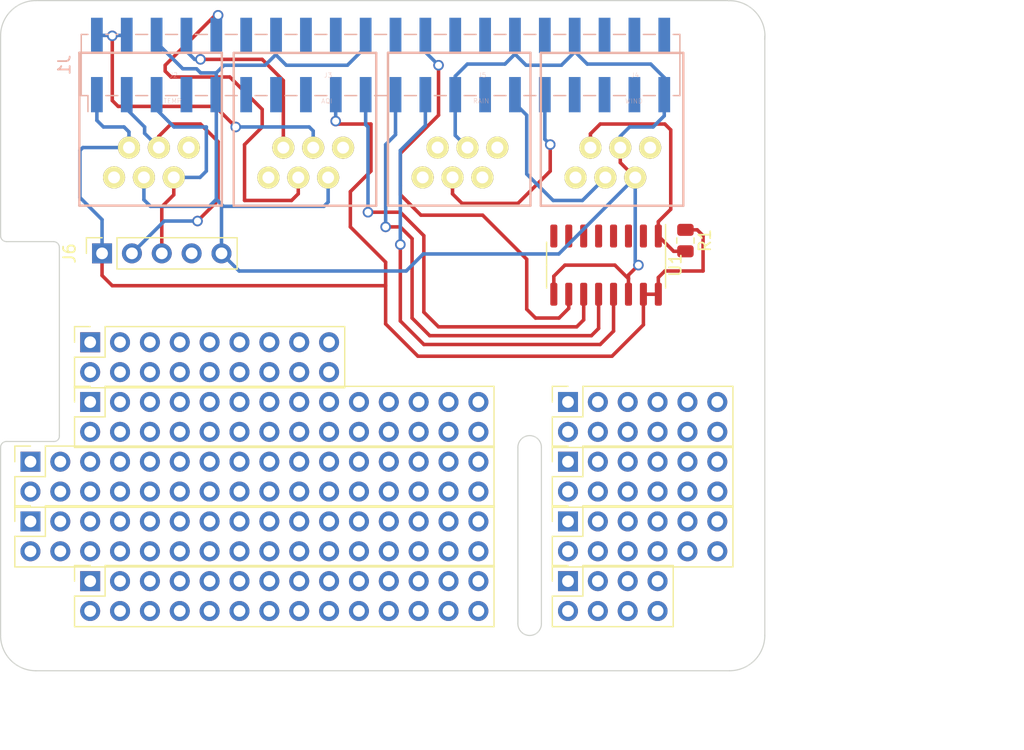
<source format=kicad_pcb>
(kicad_pcb (version 20221018) (generator pcbnew)
  (title_block (date "15 nov 2012"))
  (layers (0 "F.Cu" signal) (31 "B.Cu" signal) (34 "B.Paste" user) (35 "F.Paste" user) (36 "B.SilkS" user "B.Silkscreen") (37 "F.SilkS" user "F.Silkscreen") (38 "B.Mask" user) (39 "F.Mask" user) (44 "Edge.Cuts" user))
  (net 0 "")
  (net 1 "GND")
  (net 2 "/GPIO2{slash}SDA1")
  (net 3 "/GPIO3{slash}SCL1")
  (net 4 "/GPIO4{slash}GPCLK0")
  (net 5 "/GPIO14{slash}TXD0")
  (net 6 "/GPIO15{slash}RXD0")
  (net 7 "/GPIO17")
  (net 8 "/GPIO18{slash}PCM.CLK")
  (net 9 "/GPIO27")
  (net 10 "/GPIO22")
  (net 11 "/GPIO23")
  (net 12 "/GPIO24")
  (net 13 "/GPIO10{slash}SPI0.MOSI")
  (net 14 "/GPIO9{slash}SPI0.MISO")
  (net 15 "/GPIO25")
  (net 16 "/GPIO11{slash}SPI0.SCLK")
  (net 17 "/GPIO8{slash}SPI0.CE0")
  (net 18 "/GPIO7{slash}SPI0.CE1")
  (net 19 "/ID_SDA")
  (net 20 "/ID_SCL")
  (net 21 "/GPIO5")
  (net 22 "/GPIO6")
  (net 23 "/GPIO12{slash}PWM0")
  (net 24 "/GPIO13{slash}PWM1")
  (net 25 "/GPIO19{slash}PCM.FS")
  (net 26 "/GPIO16")
  (net 27 "/GPIO26")
  (net 28 "/GPIO20{slash}PCM.DIN")
  (net 29 "/GPIO21{slash}PCM.DOUT")
  (net 30 "+5V")
  (net 31 "+3V3")
  (net 37 "/RA")
  (footprint "MountingHole:MountingHole_2.7mm_M2.5" (layer "F.Cu") (at 161.5 47.5)
    (fp_text reference "MH2" hide)
    (fp_text value "MountingHole_2.7mm_M2.5" hide)
  )
  (footprint "Package_SO:SOIC-16_3.9x9.9mm_P1.27mm" (layer "F.Cu") (at 151.5 65.5 -90)
    (fp_text reference "U1")
    (fp_text value "MCP3008")
  )
  (footprint "Connector_PinSocket_2.54mm:PinSocket_2x06_P2.54mm_Vertical" (layer "F.Cu") (at 148.26 87.3 90)
    (fp_text reference "REF**" hide)
    (fp_text value "PinSocket_2x06_P2.54mm_Vertical")
  )
  (footprint "indian-rj11-pcb-through-hole-2.54:RJ11-6-IND" (layer "F.Cu") (at 112.82 53.64 180)
    (fp_text reference "J2")
    (fp_text value "TEMP")
  )
  (footprint "Connector_PinSocket_2.54mm:PinSocket_2x04_P2.54mm_Vertical" (layer "F.Cu") (at 148.26 92.38 90)
    (fp_text reference "REF**" hide)
    (fp_text value "PinSocket_2x04_P2.54mm_Vertical")
  )
  (footprint "Connector_PinSocket_2.54mm:PinSocket_2x14_P2.54mm_Vertical" (layer "F.Cu") (at 107.62 92.38 90)
    (fp_text reference "REF**" hide)
    (fp_text value "PinSocket_2x14_P2.54mm_Vertical")
  )
  (footprint "Connector_PinSocket_2.54mm:PinSocket_2x14_P2.54mm_Vertical" (layer "F.Cu") (at 107.62 77.14 90)
    (fp_text reference "REF**" hide)
    (fp_text value "PinSocket_2x14_P2.54mm_Vertical")
  )
  (footprint "Resistor_SMD:R_0805_2012Metric" (layer "F.Cu") (at 158.25 63.4125 -90)
    (fp_text reference "R1")
    (fp_text value "R")
  )
  (footprint "MountingHole:MountingHole_2.7mm_M2.5" (layer "F.Cu") (at 103.5 96.5)
    (fp_text reference "MH3" hide)
    (fp_text value "MountingHole_2.7mm_M2.5" hide)
  )
  (footprint "Connector_PinSocket_2.54mm:PinSocket_2x16_P2.54mm_Vertical" (layer "F.Cu") (at 102.54 82.22 90)
    (fp_text reference "REF**" hide)
    (fp_text value "PinSocket_2x16_P2.54mm_Vertical")
  )
  (footprint "MountingHole:MountingHole_2.7mm_M2.5" (layer "F.Cu") (at 103.5 47.5)
    (fp_text reference "MH1" hide)
    (fp_text value "MountingHole_2.7mm_M2.5" hide)
  )
  (footprint "indian-rj11-pcb-through-hole-2.54:RJ11-6-IND" (layer "F.Cu") (at 139.07 53.64 180)
    (fp_text reference "J5")
    (fp_text value "RAIN")
  )
  (footprint "indian-rj11-pcb-through-hole-2.54:RJ11-6-IND" (layer "F.Cu") (at 152.07 53.65 180)
    (fp_text reference "J4")
    (fp_text value "WIND")
  )
  (footprint "Connector_PinSocket_2.54mm:PinSocket_1x05_P2.54mm_Vertical" (layer "F.Cu") (at 108.63 64.5 90)
    (fp_text reference "J6")
    (fp_text value "RTC")
  )
  (footprint "Connector_PinSocket_2.54mm:PinSocket_2x06_P2.54mm_Vertical" (layer "F.Cu") (at 148.26 82.22 90)
    (fp_text reference "REF**" hide)
    (fp_text value "PinSocket_2x06_P2.54mm_Vertical")
  )
  (footprint "Connector_PinSocket_2.54mm:PinSocket_2x09_P2.54mm_Vertical" (layer "F.Cu") (at 107.62 72.06 90)
    (fp_text reference "REF**" hide)
    (fp_text value "PinSocket_2x09_P2.54mm_Vertical")
  )
  (footprint "MountingHole:MountingHole_2.7mm_M2.5" (layer "F.Cu") (at 161.5 96.5)
    (fp_text reference "MH4" hide)
    (fp_text value "MountingHole_2.7mm_M2.5" hide)
  )
  (footprint "Connector_PinSocket_2.54mm:PinSocket_2x16_P2.54mm_Vertical" (layer "F.Cu") (at 102.54 87.3 90)
    (fp_text reference "REF**" hide)
    (fp_text value "PinSocket_2x16_P2.54mm_Vertical")
  )
  (footprint "indian-rj11-pcb-through-hole-2.54:RJ11-6-IND" (layer "F.Cu") (at 125.95 53.65 180)
    (fp_text reference "J3")
    (fp_text value "AQI")
  )
  (footprint "Connector_PinSocket_2.54mm:PinSocket_2x06_P2.54mm_Vertical" (layer "F.Cu") (at 148.26 77.14 90)
    (fp_text reference "REF**" hide)
    (fp_text value "PinSocket_2x06_P2.54mm_Vertical")
  )
  (footprint "Connector_PinSocket_2.54mm:PinSocket_2x20_P2.54mm_Vertical_SMD" (layer "B.Cu") (at 132.32 48.48 -90)
    (fp_text reference "J1")
    (fp_text value "GPIO")
  )
  (gr_arc (start 100.5 63.5) (mid 100.146447 63.353553) (end 100 63) (stroke (width 0.1)) (layer "Edge.Cuts"))
  (gr_arc (start 161.901055 43.01003) (mid 164.193172 43.95549) (end 164.999999 46.3) (stroke (width 0.1)) (layer "Edge.Cuts"))
  (gr_line (start 164.999999 46.3) (end 165 46.02132) (stroke (width 0.05)) (layer "Edge.Cuts"))
  (gr_line (start 165 97) (end 165 46.02132) (stroke (width 0.1)) (layer "Edge.Cuts"))
  (gr_line (start 100 46) (end 100 63) (stroke (width 0.1)) (layer "Edge.Cuts"))
  (gr_line (start 162 43) (end 161.901055 43.01003) (stroke (width 0.05)) (layer "Edge.Cuts"))
  (gr_line (start 146 81) (end 146 96) (stroke (width 0.1)) (layer "Edge.Cuts"))
  (gr_line (start 144 96) (end 144 81) (stroke (width 0.1)) (layer "Edge.Cuts"))
  (gr_arc (start 103 100) (mid 100.87868 99.12132) (end 100 97) (stroke (width 0.1)) (layer "Edge.Cuts"))
  (gr_line (start 103 100) (end 162 100) (stroke (width 0.1)) (layer "Edge.Cuts"))
  (gr_line (start 104.5 80.5) (end 100.5 80.5) (stroke (width 0.1)) (layer "Edge.Cuts"))
  (gr_arc (start 144 81) (mid 145 80) (end 146 81) (stroke (width 0.1)) (layer "Edge.Cuts"))
  (gr_arc (start 100 81) (mid 100.146138 80.646755) (end 100.499127 80.500001) (stroke (width 0.1)) (layer "Edge.Cuts"))
  (gr_arc (start 165 97) (mid 164.12132 99.12132) (end 162 100) (stroke (width 0.1)) (layer "Edge.Cuts"))
  (gr_line (start 105 64) (end 105 80) (stroke (width 0.1)) (layer "Edge.Cuts"))
  (gr_arc (start 100 46) (mid 100.87868 43.87868) (end 103 43) (stroke (width 0.1)) (layer "Edge.Cuts"))
  (gr_arc (start 146 96) (mid 145 97) (end 144 96) (stroke (width 0.1)) (layer "Edge.Cuts"))
  (gr_line (start 100 81) (end 100 97) (stroke (width 0.1)) (layer "Edge.Cuts"))
  (gr_line (start 100.5 63.5) (end 104.5 63.5) (stroke (width 0.1)) (layer "Edge.Cuts"))
  (gr_arc (start 105 80) (mid 104.868835 80.368835) (end 104.5 80.5) (stroke (width 0.1)) (layer "Edge.Cuts"))
  (gr_arc (start 104.5 63.5) (mid 104.853553 63.646447) (end 105 64) (stroke (width 0.1)) (layer "Edge.Cuts"))
  (gr_line (start 162 43) (end 103 43) (stroke (width 0.1)) (layer "Edge.Cuts"))
  (segment (start 153.98 58.05) (end 152.71 56.78) (width 0.3) (layer "F.Cu") (net 1))
  (segment (start 153.405 66.655) (end 153.405 67.975) (width 0.3) (layer "F.Cu") (net 1))
  (segment (start 152.71 56.78) (end 152.71 55.51) (width 0.3) (layer "F.Cu") (net 1))
  (segment (start 153.405 66.345) (end 154.25 65.5) (width 0.3) (layer "F.Cu") (net 1))
  (segment (start 153.405 66.655) (end 153.405 66.345) (width 0.3) (layer "F.Cu") (net 1))
  (segment (start 152.25 65.5) (end 153.405 66.655) (width 0.3) (layer "F.Cu") (net 1))
  (segment (start 147.055 66.445) (end 148 65.5) (width 0.3) (layer "F.Cu") (net 1))
  (segment (start 148 65.5) (end 152.25 65.5) (width 0.3) (layer "F.Cu") (net 1))
  (segment (start 147.055 67.975) (end 147.055 66.445) (width 0.3) (layer "F.Cu") (net 1))
  (via (at 154.25 65.5) (size 0.9) (drill 0.6) (layers "F.Cu" "B.Cu") (net 1))
  (segment (start 139.7 48.4) (end 142.9 48.4) (width 0.3) (layer "B.Cu") (net 1))
  (segment (start 153.98 65.23) (end 153.98 58.05) (width 0.3) (layer "B.Cu") (net 1))
  (segment (start 138.67 54.46) (end 139.71 55.5) (width 0.3) (layer "B.Cu") (net 1))
  (segment (start 119 48.5) (end 118.35 49.15) (width 0.3) (layer "B.Cu") (net 1))
  (segment (start 127.5 60.5) (end 118.95 60.5) (width 0.3) (layer "B.Cu") (net 1))
  (segment (start 115.5 48.8) (end 113.27 46.57) (width 0.3) (layer "B.Cu") (net 1))
  (segment (start 118.35 51) (end 118.35 59.9) (width 0.3) (layer "B.Cu") (net 1))
  (segment (start 153.98 58.05) (end 147.48 64.55) (width 0.3) (layer "B.Cu") (net 1))
  (segment (start 148.83 47.37) (end 148.83 45.96) (width 0.3) (layer "B.Cu") (net 1))
  (segment (start 118.35 51) (end 118.35 49.15) (width 0.3) (layer "B.Cu") (net 1))
  (segment (start 118.79 60.34) (end 118.475 60.025) (width 0.3) (layer "B.Cu") (net 1))
  (segment (start 147.7 48.5) (end 148.83 47.37) (width 0.3) (layer "B.Cu") (net 1))
  (segment (start 123.43 47.57) (end 122.5 48.5) (width 0.3) (layer "B.Cu") (net 1))
  (segment (start 112.19 58.04) (end 112.19 59.94) (width 0.3) (layer "B.Cu") (net 1))
  (segment (start 149.9 48.4) (end 155.3 48.4) (width 0.3) (layer "B.Cu") (net 1))
  (segment (start 156.45 52.8) (end 155.5 53.75) (width 0.3) (layer "B.Cu") (net 1))
  (segment (start 112.19 59.94) (end 112.75 60.5) (width 0.3) (layer "B.Cu") (net 1))
  (segment (start 138.67 51) (end 138.67 49.43) (width 0.3) (layer "B.Cu") (net 1))
  (segment (start 118.95 60.5) (end 118.475 60.025) (width 0.3) (layer "B.Cu") (net 1))
  (segment (start 123.43 45.96) (end 123.43 47.63) (width 0.3) (layer "B.Cu") (net 1))
  (segment (start 153.5 53.75) (end 152.71 54.54) (width 0.3) (layer "B.Cu") (net 1))
  (segment (start 116.668629 48.8) (end 115.5 48.8) (width 0.3) (layer "B.Cu") (net 1))
  (segment (start 118.475 60.025) (end 118.35 59.9) (width 0.3) (layer "B.Cu") (net 1))
  (segment (start 127.86 60.14) (end 127.5 60.5) (width 0.3) (layer "B.Cu") (net 1))
  (segment (start 143.75 47.55) (end 144.7 48.5) (width 0.3) (layer "B.Cu") (net 1))
  (segment (start 118.35 49.15) (end 117.018629 49.15) (width 0.3) (layer "B.Cu") (net 1))
  (segment (start 147.48 64.55) (end 135.95 64.55) (width 0.3) (layer "B.Cu") (net 1))
  (segment (start 148.83 47.33) (end 149.9 48.4) (width 0.3) (layer "B.Cu") (net 1))
  (segment (start 118.79 64.5) (end 118.79 60.34) (width 0.3) (layer "B.Cu") (net 1))
  (segment (start 124.3 48.5) (end 129.5 48.5) (width 0.3) (layer "B.Cu") (net 1))
  (segment (start 123.43 45.96) (end 123.43 47.57) (width 0.3) (layer "B.Cu") (net 1))
  (segment (start 143.75 47.55) (end 143.75 45.96) (width 0.3) (layer "B.Cu") (net 1))
  (segment (start 138.67 51) (end 138.67 54.46) (width 0.3) (layer "B.Cu") (net 1))
  (segment (start 120.29 66) (end 118.79 64.5) (width 0.3) (layer "B.Cu") (net 1))
  (segment (start 129.5 48.5) (end 131.05 46.95) (width 0.3) (layer "B.Cu") (net 1))
  (segment (start 131.05 45.96) (end 131.05 47.15) (width 0.3) (layer "B.Cu") (net 1))
  (segment (start 118.35 59.9) (end 117.75 60.5) (width 0.3) (layer "B.Cu") (net 1))
  (segment (start 156.45 49.55) (end 156.45 51) (width 0.3) (layer "B.Cu") (net 1))
  (segment (start 135.95 64.55) (end 134.5 66) (width 0.3) (layer "B.Cu") (net 1))
  (segment (start 138.67 49.57) (end 138.67 51) (width 0.3) (layer "B.Cu") (net 1))
  (segment (start 156.45 51) (end 156.45 52.8) (width 0.3) (layer "B.Cu") (net 1))
  (segment (start 142.9 48.4) (end 143.75 47.55) (width 0.3) (layer "B.Cu") (net 1))
  (segment (start 112.75 60.5) (end 117.75 60.5) (width 0.3) (layer "B.Cu") (net 1))
  (segment (start 127.86 58.05) (end 127.86 60.14) (width 0.3) (layer "B.Cu") (net 1))
  (segment (start 131.05 46.95) (end 131.05 45.96) (width 0.3) (layer "B.Cu") (net 1))
  (segment (start 123.43 47.63) (end 124.3 48.5) (width 0.3) (layer "B.Cu") (net 1))
  (segment (start 144.7 48.5) (end 147.7 48.5) (width 0.3) (layer "B.Cu") (net 1))
  (segment (start 117.018629 49.15) (end 116.668629 48.8) (width 0.3) (layer "B.Cu") (net 1))
  (segment (start 122.5 48.5) (end 119 48.5) (width 0.3) (layer "B.Cu") (net 1))
  (segment (start 138.67 49.43) (end 139.7 48.4) (width 0.3) (layer "B.Cu") (net 1))
  (segment (start 152.71 54.54) (end 152.71 55.51) (width 0.3) (layer "B.Cu") (net 1))
  (segment (start 134.5 66) (end 120.29 66) (width 0.3) (layer "B.Cu") (net 1))
  (segment (start 155.5 53.75) (end 153.5 53.75) (width 0.3) (layer "B.Cu") (net 1))
  (segment (start 154.25 65.5) (end 153.98 65.23) (width 0.3) (layer "B.Cu") (net 1))
  (segment (start 113.27 46.57) (end 113.27 45.96) (width 0.3) (layer "B.Cu") (net 1))
  (segment (start 148.83 45.96) (end 148.83 47.33) (width 0.3) (layer "B.Cu") (net 1))
  (segment (start 155.3 48.4) (end 156.45 49.55) (width 0.3) (layer "B.Cu") (net 1))
  (segment (start 117 53.5) (end 114.5 53.5) (width 0.3) (layer "F.Cu") (net 2))
  (segment (start 118.5 55) (end 117 53.5) (width 0.3) (layer "F.Cu") (net 2))
  (segment (start 116.75 61.75) (end 118.5 60) (width 0.3) (layer "F.Cu") (net 2))
  (segment (start 114.5 53.5) (end 113.46 54.54) (width 0.3) (layer "F.Cu") (net 2))
  (segment (start 118.5 60) (end 118.5 55) (width 0.3) (layer "F.Cu") (net 2))
  (segment (start 113.46 54.54) (end 113.46 55.5) (width 0.3) (layer "F.Cu") (net 2))
  (via (at 116.75 61.75) (size 0.9) (drill 0.6) (layers "F.Cu" "B.Cu") (net 2))
  (segment (start 112.25 54.29) (end 112.25 53.75) (width 0.3) (layer "B.Cu") (net 2))
  (segment (start 113.46 55.5) (end 112.25 54.29) (width 0.3) (layer "B.Cu") (net 2))
  (segment (start 113.92 61.75) (end 116.75 61.75) (width 0.3) (layer "B.Cu") (net 2))
  (segment (start 111.17 64.5) (end 113.92 61.75) (width 0.3) (layer "B.Cu") (net 2))
  (segment (start 112.25 53.75) (end 110.73 52.23) (width 0.3) (layer "B.Cu") (net 2))
  (segment (start 110.73 52.23) (end 110.73 51) (width 0.3) (layer "B.Cu") (net 2))
  (segment (start 113.71 60.54) (end 114.73 59.52) (width 0.3) (layer "F.Cu") (net 3))
  (segment (start 114.73 59.52) (end 114.73 58.04) (width 0.3) (layer "F.Cu") (net 3))
  (segment (start 113.71 64.5) (end 113.71 60.54) (width 0.3) (layer "F.Cu") (net 3))
  (segment (start 113.27 52.27) (end 113.27 51) (width 0.3) (layer "B.Cu") (net 3))
  (segment (start 116.96 58.04) (end 117.5 57.5) (width 0.3) (layer "B.Cu") (net 3))
  (segment (start 114.73 58.04) (end 116.96 58.04) (width 0.3) (layer "B.Cu") (net 3))
  (segment (start 117.5 53.75) (end 114.75 53.75) (width 0.3) (layer "B.Cu") (net 3))
  (segment (start 114.75 53.75) (end 113.27 52.27) (width 0.3) (layer "B.Cu") (net 3))
  (segment (start 117.5 57.5) (end 117.5 53.75) (width 0.3) (layer "B.Cu") (net 3))
  (segment (start 122.25 48) (end 124.05 49.8) (width 0.3) (layer "F.Cu") (net 5))
  (segment (start 124.05 49.8) (end 124.05 55.51) (width 0.3) (layer "F.Cu") (net 5))
  (segment (start 117 48) (end 122.25 48) (width 0.3) (layer "F.Cu") (net 5))
  (via (at 117 48) (size 0.9) (drill 0.6) (layers "F.Cu" "B.Cu") (net 5))
  (segment (start 117 48) (end 116.5 48) (width 0.3) (layer "B.Cu") (net 5))
  (segment (start 116.5 48) (end 115.81 47.31) (width 0.3) (layer "B.Cu") (net 5))
  (segment (start 115.81 47.31) (end 115.81 45.96) (width 0.3) (layer "B.Cu") (net 5))
  (segment (start 120.75 55.25) (end 122.25 53.75) (width 0.3) (layer "F.Cu") (net 6))
  (segment (start 120.75 60) (end 120.75 55.25) (width 0.3) (layer "F.Cu") (net 6))
  (segment (start 119.5 49.5) (end 114.5 49.5) (width 0.3) (layer "F.Cu") (net 6))
  (segment (start 118.25 44.25) (end 118.5 44.25) (width 0.3) (layer "F.Cu") (net 6))
  (segment (start 122.25 52.25) (end 119.5 49.5) (width 0.3) (layer "F.Cu") (net 6))
  (segment (start 124.75 60) (end 120.75 60) (width 0.3) (layer "F.Cu") (net 6))
  (segment (start 114 49) (end 114 48.5) (width 0.3) (layer "F.Cu") (net 6))
  (segment (start 114.5 49.5) (end 114 49) (width 0.3) (layer "F.Cu") (net 6))
  (segment (start 114 48.5) (end 118.25 44.25) (width 0.3) (layer "F.Cu") (net 6))
  (segment (start 125.32 59.43) (end 124.75 60) (width 0.3) (layer "F.Cu") (net 6))
  (segment (start 122.25 53.75) (end 122.25 52.25) (width 0.3) (layer "F.Cu") (net 6))
  (segment (start 125.32 58.05) (end 125.32 59.43) (width 0.3) (layer "F.Cu") (net 6))
  (via (at 118.5 44.25) (size 0.9) (drill 0.6) (layers "F.Cu" "B.Cu") (net 6))
  (segment (start 118.5 44.25) (end 118.5 45.81) (width 0.3) (layer "B.Cu") (net 6))
  (segment (start 118.5 45.81) (end 118.35 45.96) (width 0.3) (layer "B.Cu") (net 6))
  (segment (start 134 61) (end 136 63) (width 0.3) (layer "F.Cu") (net 13))
  (segment (start 136 69.5) (end 137.25 70.75) (width 0.3) (layer "F.Cu") (net 13))
  (segment (start 137.25 70.75) (end 149 70.75) (width 0.3) (layer "F.Cu") (net 13))
  (segment (start 131.25 61) (end 134 61) (width 0.3) (layer "F.Cu") (net 13))
  (segment (start 149.595 70.155) (end 149.595 67.975) (width 0.3) (layer "F.Cu") (net 13))
  (segment (start 136 63) (end 136 69.5) (width 0.3) (layer "F.Cu") (net 13))
  (segment (start 149 70.75) (end 149.595 70.155) (width 0.3) (layer "F.Cu") (net 13))
  (via (at 131.25 61) (size 0.9) (drill 0.6) (layers "F.Cu" "B.Cu") (net 13))
  (segment (start 131.05 53.55) (end 131.25 53.75) (width 0.3) (layer "B.Cu") (net 13))
  (segment (start 131.05 51) (end 131.05 53.55) (width 0.3) (layer "B.Cu") (net 13))
  (segment (start 131.25 53.75) (end 131.25 60.75) (width 0.3) (layer "B.Cu") (net 13))
  (segment (start 131.25 60.75) (end 131.25 61) (width 0.3) (layer "B.Cu") (net 13))
  (segment (start 134 62.25) (end 135 63.25) (width 0.3) (layer "F.Cu") (net 14))
  (segment (start 150.865 70.885) (end 150.865 67.975) (width 0.3) (layer "F.Cu") (net 14))
  (segment (start 135 70) (end 136.5 71.5) (width 0.3) (layer "F.Cu") (net 14))
  (segment (start 150.75 68.09) (end 150.865 67.975) (width 0.3) (layer "F.Cu") (net 14))
  (segment (start 136.5 71.5) (end 150.25 71.5) (width 0.3) (layer "F.Cu") (net 14))
  (segment (start 150.25 71.5) (end 150.865 70.885) (width 0.3) (layer "F.Cu") (net 14))
  (segment (start 132.75 62.25) (end 134 62.25) (width 0.3) (layer "F.Cu") (net 14))
  (segment (start 135 63.25) (end 135 70) (width 0.3) (layer "F.Cu") (net 14))
  (via (at 132.75 62.25) (size 0.9) (drill 0.6) (layers "F.Cu" "B.Cu") (net 14))
  (segment (start 132.75 55.25) (end 132.75 61) (width 0.3) (layer "B.Cu") (net 14))
  (segment (start 133.59 54.202894) (end 133.59 54.41) (width 0.3) (layer "B.Cu") (net 14))
  (segment (start 133.59 54.202894) (end 133.59 51) (width 0.3) (layer "B.Cu") (net 14))
  (segment (start 133.59 54.41) (end 132.75 55.25) (width 0.3) (layer "B.Cu") (net 14))
  (segment (start 132.75 61) (end 132.75 62) (width 0.3) (layer "B.Cu") (net 14))
  (segment (start 132.75 62) (end 132.75 62.25) (width 0.3) (layer "B.Cu") (net 14))
  (segment (start 134 70.25) (end 136 72.25) (width 0.3) (layer "F.Cu") (net 16))
  (segment (start 134 63.75) (end 134 70.25) (width 0.3) (layer "F.Cu") (net 16))
  (segment (start 151 72.25) (end 152.135 71.115) (width 0.3) (layer "F.Cu") (net 16))
  (segment (start 152.135 71.115) (end 152.135 67.975) (width 0.3) (layer "F.Cu") (net 16))
  (segment (start 136 72.25) (end 151 72.25) (width 0.3) (layer "F.Cu") (net 16))
  (via (at 134 63.75) (size 0.9) (drill 0.6) (layers "F.Cu" "B.Cu") (net 16))
  (segment (start 134 55.75) (end 134 58.75) (width 0.3) (layer "B.Cu") (net 16))
  (segment (start 134 61) (end 134 63.75) (width 0.3) (layer "B.Cu") (net 16))
  (segment (start 136.13 51) (end 136.13 53.62) (width 0.3) (layer "B.Cu") (net 16))
  (segment (start 134 58.75) (end 134 61) (width 0.3) (layer "B.Cu") (net 16))
  (segment (start 136.13 53.62) (end 135.75 54) (width 0.3) (layer "B.Cu") (net 16))
  (segment (start 135.75 54) (end 134 55.75) (width 0.3) (layer "B.Cu") (net 16))
  (segment (start 134 56) (end 134 59.5) (width 0.3) (layer "F.Cu") (net 17))
  (segment (start 144.75 65) (end 144.75 69.25) (width 0.3) (layer "F.Cu") (net 17))
  (segment (start 137.25 52.75) (end 134 56) (width 0.3) (layer "F.Cu") (net 17))
  (segment (start 147.5 70) (end 148.325 69.175) (width 0.3) (layer "F.Cu") (net 17))
  (segment (start 134 59.5) (end 135.75 61.25) (width 0.3) (layer "F.Cu") (net 17))
  (segment (start 148.325 69.175) (end 148.325 67.975) (width 0.3) (layer "F.Cu") (net 17))
  (segment (start 137.25 48.5) (end 137.25 52.75) (width 0.3) (layer "F.Cu") (net 17))
  (segment (start 141 61.25) (end 144.75 65) (width 0.3) (layer "F.Cu") (net 17))
  (segment (start 144.75 69.25) (end 145.5 70) (width 0.3) (layer "F.Cu") (net 17))
  (segment (start 135.75 61.25) (end 141 61.25) (width 0.3) (layer "F.Cu") (net 17))
  (segment (start 145.5 70) (end 147.5 70) (width 0.3) (layer "F.Cu") (net 17))
  (via (at 137.25 48.5) (size 0.9) (drill 0.6) (layers "F.Cu" "B.Cu") (net 17))
  (segment (start 136.13 45.96) (end 136.13 47.38) (width 0.3) (layer "B.Cu") (net 17))
  (segment (start 136.13 47.38) (end 137.25 48.5) (width 0.3) (layer "B.Cu") (net 17))
  (segment (start 144.75 52.75) (end 144.75 57.75) (width 0.3) (layer "B.Cu") (net 21))
  (segment (start 143.75 51.75) (end 144.75 52.75) (width 0.3) (layer "B.Cu") (net 21))
  (segment (start 143.75 51) (end 143.75 51.75) (width 0.3) (layer "B.Cu") (net 21))
  (segment (start 147 60) (end 149.49 60) (width 0.3) (layer "B.Cu") (net 21))
  (segment (start 149.49 60) (end 151.44 58.05) (width 0.3) (layer "B.Cu") (net 21))
  (segment (start 144.75 57.75) (end 147 60) (width 0.3) (layer "B.Cu") (net 21))
  (segment (start 146.6875 57.5625) (end 146.75 57.5) (width 0.3) (layer "F.Cu") (net 22))
  (segment (start 146.75 57.5) (end 146.75 55.25) (width 0.3) (layer "F.Cu") (net 22))
  (segment (start 138.44 58.04) (end 138.44 59.44) (width 0.3) (layer "F.Cu") (net 22))
  (segment (start 139.25 60.25) (end 144 60.25) (width 0.3) (layer "F.Cu") (net 22))
  (segment (start 138.44 59.44) (end 139.25 60.25) (width 0.3) (layer "F.Cu") (net 22))
  (segment (start 144 60.25) (end 146.6875 57.5625) (width 0.3) (layer "F.Cu") (net 22))
  (via (at 146.75 55.25) (size 0.9) (drill 0.6) (layers "F.Cu" "B.Cu") (net 22))
  (segment (start 146.29 54.79) (end 146.29 51) (width 0.3) (layer "B.Cu") (net 22))
  (segment (start 146.75 55.25) (end 146.29 54.79) (width 0.3) (layer "B.Cu") (net 22))
  (segment (start 118.25 52) (end 110 52) (width 0.3) (layer "F.Cu") (net 30))
  (segment (start 120 53.75) (end 118.25 52) (width 0.3) (layer "F.Cu") (net 30))
  (segment (start 109.5 51.5) (end 109.5 46) (width 0.3) (layer "F.Cu") (net 30))
  (segment (start 110 52) (end 109.5 51.5) (width 0.3) (layer "F.Cu") (net 30))
  (via (at 109.5 46) (size 0.9) (drill 0.6) (layers "F.Cu" "B.Cu") (net 30))
  (via (at 120 53.75) (size 0.9) (drill 0.6) (layers "F.Cu" "B.Cu") (net 30))
  (segment (start 109.5 46) (end 109.54 45.96) (width 0.3) (layer "B.Cu") (net 30))
  (segment (start 126.59 55.51) (end 126.59 54.09) (width 0.3) (layer "B.Cu") (net 30))
  (segment (start 126.25 53.75) (end 120 53.75) (width 0.3) (layer "B.Cu") (net 30))
  (segment (start 126.59 54.09) (end 126.25 53.75) (width 0.3) (layer "B.Cu") (net 30))
  (segment (start 109.46 45.96) (end 109.5 46) (width 0.3) (layer "B.Cu") (net 30))
  (segment (start 108.19 45.96) (end 109.46 45.96) (width 0.3) (layer "B.Cu") (net 30))
  (segment (start 109.54 45.96) (end 110.73 45.96) (width 0.3) (layer "B.Cu") (net 30))
  (segment (start 132.75 65.25) (end 129.75 62.25) (width 0.3) (layer "F.Cu") (net 31))
  (segment (start 159.75 63) (end 159.25 62.5) (width 0.3) (layer "F.Cu") (net 31))
  (segment (start 131.5 57.5) (end 131.5 53.5) (width 0.3) (layer "F.Cu") (net 31))
  (segment (start 155.945 66.555) (end 156.5 66) (width 0.3) (layer "F.Cu") (net 31))
  (segment (start 154.675 67.975) (end 154.675 70.575) (width 0.3) (layer "F.Cu") (net 31))
  (segment (start 131.5 53.5) (end 128.75 53.5) (width 0.3) (layer "F.Cu") (net 31))
  (segment (start 159.75 66) (end 159.75 63) (width 0.3) (layer "F.Cu") (net 31))
  (segment (start 108.63 66.38) (end 109.5 67.25) (width 0.3) (layer "F.Cu") (net 31))
  (segment (start 108.63 64.5) (end 108.63 66.38) (width 0.3) (layer "F.Cu") (net 31))
  (segment (start 109.5 67.25) (end 132.75 67.25) (width 0.3) (layer "F.Cu") (net 31))
  (segment (start 132.75 67.25) (end 132.75 65.25) (width 0.3) (layer "F.Cu") (net 31))
  (segment (start 129.75 62.25) (end 129.75 59.25) (width 0.3) (layer "F.Cu") (net 31))
  (segment (start 154.675 70.575) (end 152 73.25) (width 0.3) (layer "F.Cu") (net 31))
  (segment (start 135.5 73.25) (end 132.75 70.5) (width 0.3) (layer "F.Cu") (net 31))
  (segment (start 159.25 62.5) (end 158.25 62.5) (width 0.3) (layer "F.Cu") (net 31))
  (segment (start 154.675 67.975) (end 155.945 67.975) (width 0.3) (layer "F.Cu") (net 31))
  (segment (start 155.945 67.975) (end 155.945 66.555) (width 0.3) (layer "F.Cu") (net 31))
  (segment (start 152 73.25) (end 135.5 73.25) (width 0.3) (layer "F.Cu") (net 31))
  (segment (start 156.5 66) (end 159.75 66) (width 0.3) (layer "F.Cu") (net 31))
  (segment (start 128.75 53.5) (end 128.5 53.25) (width 0.3) (layer "F.Cu") (net 31))
  (segment (start 132.75 70.5) (end 132.75 67.25) (width 0.3) (layer "F.Cu") (net 31))
  (segment (start 129.75 59.25) (end 131.5 57.5) (width 0.3) (layer "F.Cu") (net 31))
  (via (at 128.5 53.25) (size 0.9) (drill 0.6) (layers "F.Cu" "B.Cu") (net 31))
  (segment (start 108.63 64.5) (end 108.63 61.63) (width 0.3) (layer "B.Cu") (net 31))
  (segment (start 108.19 53.19) (end 108.75 53.75) (width 0.3) (layer "B.Cu") (net 31))
  (segment (start 107 55.5) (end 110.92 55.5) (width 0.3) (layer "B.Cu") (net 31))
  (segment (start 110.92 54.17) (end 110.92 55.5) (width 0.3) (layer "B.Cu") (net 31))
  (segment (start 106.75 55.75) (end 107 55.5) (width 0.3) (layer "B.Cu") (net 31))
  (segment (start 108.75 53.75) (end 110.5 53.75) (width 0.3) (layer "B.Cu") (net 31))
  (segment (start 108.19 51) (end 108.19 53.19) (width 0.3) (layer "B.Cu") (net 31))
  (segment (start 108.63 61.63) (end 106.75 59.75) (width 0.3) (layer "B.Cu") (net 31))
  (segment (start 128.5 53.25) (end 128.5 51.01) (width 0.3) (layer "B.Cu") (net 31))
  (segment (start 128.5 51.01) (end 128.51 51) (width 0.3) (layer "B.Cu") (net 31))
  (segment (start 106.75 59.75) (end 106.75 55.75) (width 0.3) (layer "B.Cu") (net 31))
  (segment (start 110.5 53.75) (end 110.92 54.17) (width 0.3) (layer "B.Cu") (net 31))
  (segment (start 156.5 53.5) (end 157 54) (width 0.3) (layer "F.Cu") (net 37))
  (segment (start 158.25 64.325) (end 157.245 64.325) (width 0.3) (layer "F.Cu") (net 37))
  (segment (start 157.245 64.325) (end 155.945 63.025) (width 0.3) (layer "F.Cu") (net 37))
  (segment (start 157 60.75) (end 155.945 61.805) (width 0.3) (layer "F.Cu") (net 37))
  (segment (start 150.17 55.51) (end 150.17 54.33) (width 0.3) (layer "F.Cu") (net 37))
  (segment (start 150.17 54.33) (end 151 53.5) (width 0.3) (layer "F.Cu") (net 37))
  (segment (start 155.945 61.805) (end 155.945 63.025) (width 0.3) (layer "F.Cu") (net 37))
  (segment (start 157 54) (end 157 60.75) (width 0.3) (layer "F.Cu") (net 37))
  (segment (start 151 53.5) (end 156.5 53.5) (width 0.3) (layer "F.Cu") (net 37))
)
</source>
